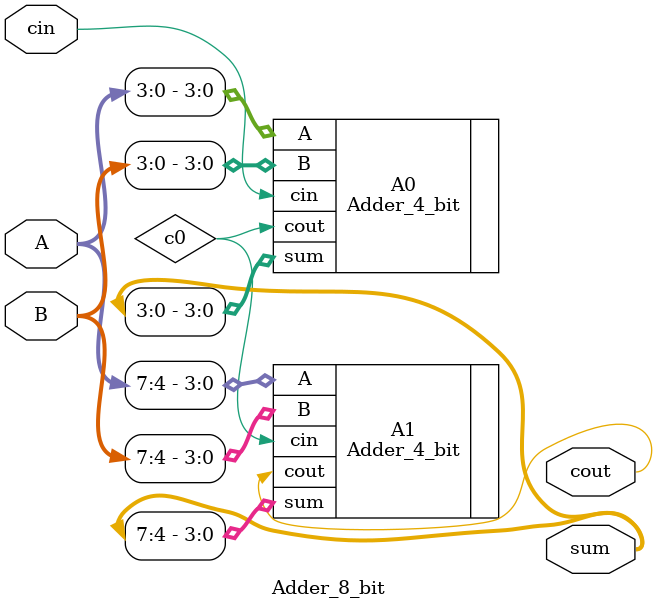
<source format=v>
`timescale 1ns / 1ps

module Adder_8_bit(
input [7:0]A,
input [7:0]B,
input cin,
output [7:0]sum,
output cout
    );
    
    wire c0;
    Adder_4_bit A0(.A(A[3:0]),.B(B[3:0]),.cin(cin),.sum(sum[3:0]),.cout(c0));
    Adder_4_bit A1(.A(A[7:4]),.B(B[7:4]),.cin(c0),.sum(sum[7:4]),.cout(cout));
    
endmodule

</source>
